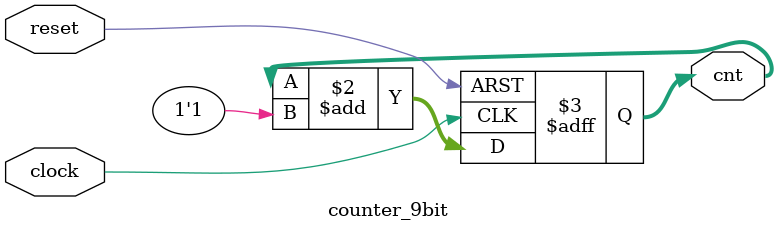
<source format=v>
/* 
Projeto ULA CPLD - Clone da ULA do TK90X/TK95.
Copyright Fábio Belavenuto 2012.
Copyright Victor Trucco 2012.

This documentation describes Open Hardware and is licensed under the CERN OHL v. 1.1.
You may redistribute and modify this documentation under the terms of the
CERN OHL v.1.1. (http://ohwr.org/cernohl). This documentation is distributed
WITHOUT ANY EXPRESS OR IMPLIED WARRANTY, INCLUDING OF MERCHANTABILITY,
SATISFACTORY QUALITY AND FITNESS FOR A PARTICULAR PURPOSE.
Please see the CERN OHL v.1.1 for applicable conditions
*/

module counter_9bit(
	input clock,
	input reset,
	output reg [8:0] cnt
);
 
always@(negedge clock or posedge reset) begin
 if(reset)
  cnt <= 0;
 else
  cnt <= cnt + 1'b1;
end
 
endmodule
</source>
